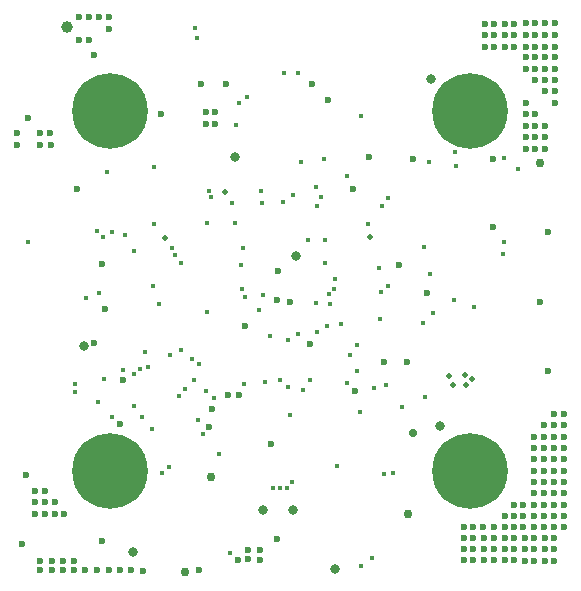
<source format=gbr>
%TF.GenerationSoftware,KiCad,Pcbnew,9.0.0*%
%TF.CreationDate,2025-03-25T10:56:33+03:00*%
%TF.ProjectId,Autopilot DronmarketV2,4175746f-7069-46c6-9f74-2044726f6e6d,rev?*%
%TF.SameCoordinates,Original*%
%TF.FileFunction,Copper,L5,Inr*%
%TF.FilePolarity,Positive*%
%FSLAX46Y46*%
G04 Gerber Fmt 4.6, Leading zero omitted, Abs format (unit mm)*
G04 Created by KiCad (PCBNEW 9.0.0) date 2025-03-25 10:56:33*
%MOMM*%
%LPD*%
G01*
G04 APERTURE LIST*
%TA.AperFunction,ComponentPad*%
%ADD10C,0.800000*%
%TD*%
%TA.AperFunction,ComponentPad*%
%ADD11C,6.400000*%
%TD*%
%TA.AperFunction,ViaPad*%
%ADD12C,0.600000*%
%TD*%
%TA.AperFunction,ViaPad*%
%ADD13C,0.450000*%
%TD*%
%TA.AperFunction,ViaPad*%
%ADD14C,0.762000*%
%TD*%
%TA.AperFunction,ViaPad*%
%ADD15C,0.500000*%
%TD*%
%TA.AperFunction,ViaPad*%
%ADD16C,0.800000*%
%TD*%
%TA.AperFunction,ViaPad*%
%ADD17C,0.700000*%
%TD*%
%TA.AperFunction,ViaPad*%
%ADD18C,1.000000*%
%TD*%
G04 APERTURE END LIST*
D10*
%TO.N,GND*%
%TO.C,H1*%
X157325000Y-59675000D03*
X158027944Y-57977944D03*
X158027944Y-61372056D03*
X159725000Y-57275000D03*
D11*
X159725000Y-59675000D03*
D10*
X159725000Y-62075000D03*
X161422056Y-57977944D03*
X161422056Y-61372056D03*
X162125000Y-59675000D03*
%TD*%
%TO.N,GND*%
%TO.C,H4*%
X187825000Y-90175000D03*
X188527944Y-88477944D03*
X188527944Y-91872056D03*
X190225000Y-87775000D03*
D11*
X190225000Y-90175000D03*
D10*
X190225000Y-92575000D03*
X191922056Y-88477944D03*
X191922056Y-91872056D03*
X192625000Y-90175000D03*
%TD*%
%TO.N,GND*%
%TO.C,H3*%
X157325000Y-90175000D03*
X158027944Y-88477944D03*
X158027944Y-91872056D03*
X159725000Y-87775000D03*
D11*
X159725000Y-90175000D03*
D10*
X159725000Y-92575000D03*
X161422056Y-88477944D03*
X161422056Y-91872056D03*
X162125000Y-90175000D03*
%TD*%
%TO.N,GND*%
%TO.C,H2*%
X187825000Y-59675000D03*
X188527944Y-57977944D03*
X188527944Y-61372056D03*
X190225000Y-57275000D03*
D11*
X190225000Y-59675000D03*
D10*
X190225000Y-62075000D03*
X191922056Y-57977944D03*
X191922056Y-61372056D03*
X192625000Y-59675000D03*
%TD*%
D12*
%TO.N,GND*%
X193125000Y-95850000D03*
X196575000Y-54250000D03*
X192200000Y-95850000D03*
X192200000Y-96800000D03*
X195650000Y-91100000D03*
X192250000Y-54275000D03*
X196800000Y-81725000D03*
X191400000Y-95850000D03*
X169703544Y-83745000D03*
D13*
X184450000Y-84775000D03*
D12*
X194900000Y-53250000D03*
X196575000Y-52300000D03*
X189675000Y-96775000D03*
X194900000Y-56125000D03*
X196525000Y-97775000D03*
X155725000Y-97775000D03*
X196575000Y-53250000D03*
D13*
X166100000Y-83275000D03*
D12*
X194900000Y-52300000D03*
X197375000Y-58050000D03*
X153400000Y-92825000D03*
X195650000Y-92050000D03*
D13*
X177200000Y-76000000D03*
D12*
X196450000Y-94000000D03*
X196450000Y-89175000D03*
X190475000Y-94900000D03*
X192250000Y-53275000D03*
X197325000Y-94950000D03*
X168625000Y-60775000D03*
X195650000Y-97775000D03*
X195700000Y-52300000D03*
X191400000Y-97750000D03*
X197325000Y-88225000D03*
D13*
X170425000Y-60925000D03*
D12*
X198125000Y-93050000D03*
X153825000Y-62550000D03*
X195650000Y-96825000D03*
D13*
X163395500Y-74525000D03*
D12*
X153400000Y-93825000D03*
X196150000Y-75875000D03*
X167825000Y-60775000D03*
X196450000Y-92050000D03*
X194850000Y-96825000D03*
X193125000Y-54275000D03*
X194900000Y-61900000D03*
X194900000Y-59000000D03*
X197325000Y-85325000D03*
X153775000Y-97775000D03*
X157925000Y-53725000D03*
D14*
X196125000Y-64125000D03*
D12*
X195650000Y-89175000D03*
X194725000Y-94925000D03*
X157125000Y-51775000D03*
X196450000Y-86275000D03*
X173975000Y-73250000D03*
X197325000Y-87275000D03*
X196450000Y-90175000D03*
D13*
X160800000Y-81625000D03*
D12*
X196575000Y-61900000D03*
X151875000Y-62550000D03*
X157625000Y-98600000D03*
X159600000Y-51775000D03*
X195700000Y-54250000D03*
X191450000Y-52325000D03*
X193125000Y-52325000D03*
X158625000Y-98600000D03*
X197325000Y-91100000D03*
X195650000Y-88225000D03*
X154725000Y-62550000D03*
X155725000Y-98575000D03*
X197325000Y-86275000D03*
X193925000Y-52325000D03*
X189675000Y-95825000D03*
X160550000Y-86250000D03*
X193125000Y-93975000D03*
X191400000Y-96800000D03*
X171175000Y-77953803D03*
X167260000Y-98590000D03*
X195650000Y-95875000D03*
X194850000Y-95875000D03*
X155054400Y-93827600D03*
X176623001Y-79433933D03*
X196575000Y-55175000D03*
D13*
X158625000Y-69900000D03*
X167625000Y-87075000D03*
D12*
X191450000Y-53275000D03*
X161500000Y-98600000D03*
X198125000Y-85325000D03*
D13*
X159150000Y-70400000D03*
D12*
X196450000Y-93050000D03*
X197325000Y-97775000D03*
D13*
X173510000Y-91640000D03*
X156750000Y-82850000D03*
D12*
X153800000Y-61550000D03*
D13*
X166810000Y-82500000D03*
D12*
X194725000Y-93975000D03*
X189675000Y-94900000D03*
X198125000Y-92050000D03*
D13*
X174120000Y-91650000D03*
D12*
X154775000Y-97775000D03*
X197375000Y-59000000D03*
X197375000Y-52300000D03*
X194725000Y-93025000D03*
X172400000Y-96900000D03*
X195700000Y-61900000D03*
X196575000Y-57125000D03*
X195650000Y-90175000D03*
X193925000Y-96800000D03*
X159600000Y-52725000D03*
X160575000Y-98600000D03*
X167825000Y-59775000D03*
X193925000Y-95850000D03*
X193125000Y-96800000D03*
X173850000Y-75750000D03*
X157925000Y-51775000D03*
X153400000Y-91875000D03*
X193125000Y-94925000D03*
X196575000Y-58050000D03*
X196450000Y-94950000D03*
X195700000Y-56125000D03*
X192200000Y-97750000D03*
X195700000Y-60950000D03*
D13*
X181550000Y-69300000D03*
D12*
X198125000Y-94000000D03*
X196800000Y-69950000D03*
X196450000Y-88225000D03*
X197375000Y-55175000D03*
X192250000Y-52325000D03*
X171425000Y-96875000D03*
X193925000Y-93975000D03*
D13*
X168300000Y-66950000D03*
D12*
X190475000Y-96775000D03*
X195700000Y-57125000D03*
X158800000Y-51775000D03*
X196575000Y-60950000D03*
X154675000Y-61550000D03*
X198125000Y-91100000D03*
X190475000Y-95825000D03*
X197325000Y-92050000D03*
X193925000Y-93025000D03*
X197325000Y-93050000D03*
X197375000Y-57125000D03*
X189675000Y-97725000D03*
X197325000Y-90175000D03*
X156650000Y-98575000D03*
X190475000Y-97725000D03*
X194850000Y-97775000D03*
X195650000Y-93050000D03*
X197325000Y-89175000D03*
X192200000Y-94925000D03*
X198125000Y-87275000D03*
D13*
X174700000Y-91640000D03*
D12*
X193125000Y-97750000D03*
X196525000Y-95875000D03*
X191450000Y-54275000D03*
X198125000Y-94950000D03*
X197325000Y-96825000D03*
X193925000Y-97750000D03*
X191275000Y-94900000D03*
D13*
X161025000Y-70225000D03*
D12*
X194900000Y-55175000D03*
X172400000Y-97700000D03*
D13*
X182750000Y-67725000D03*
D12*
X196450000Y-91100000D03*
X194900000Y-60950000D03*
X164025000Y-59925000D03*
X156650000Y-97775000D03*
X171425000Y-97675000D03*
X195700000Y-53250000D03*
X193925000Y-94925000D03*
X198125000Y-90175000D03*
X194900000Y-62900000D03*
X195700000Y-55175000D03*
X197375000Y-56125000D03*
X197375000Y-54250000D03*
D13*
X161775000Y-71600000D03*
D12*
X195650000Y-94000000D03*
X198125000Y-86275000D03*
X170600000Y-83750000D03*
X159080000Y-72625000D03*
X162475000Y-98625000D03*
X195650000Y-94950000D03*
D13*
X165000000Y-71275000D03*
D12*
X159625000Y-98600000D03*
X195700000Y-62900000D03*
X193925000Y-54275000D03*
X153775000Y-98575000D03*
X197375000Y-53250000D03*
X193925000Y-53275000D03*
D13*
X175925000Y-64000000D03*
D12*
X196525000Y-96825000D03*
X195700000Y-60000000D03*
X155050000Y-92825000D03*
X170520000Y-97690000D03*
X196575000Y-56125000D03*
X154200000Y-93825000D03*
X193125000Y-53275000D03*
X157125000Y-53725000D03*
X197325000Y-95875000D03*
X158399795Y-79363493D03*
X196575000Y-62900000D03*
X198125000Y-88225000D03*
X196450000Y-87275000D03*
X154200000Y-91875000D03*
D13*
X182950000Y-90425000D03*
D12*
X194900000Y-60000000D03*
X198125000Y-89175000D03*
X195650000Y-87275000D03*
X151875000Y-61550000D03*
X197325000Y-94000000D03*
X174925000Y-75875000D03*
X155854400Y-93827600D03*
X154200000Y-92825000D03*
D13*
X168125000Y-66475000D03*
D12*
X194900000Y-54250000D03*
D13*
X186325000Y-71182500D03*
D12*
X154775000Y-98575000D03*
X168625000Y-59775000D03*
D13*
%TO.N,VDD_3V3_SENS*%
X164800000Y-80375000D03*
D12*
X169550000Y-57450000D03*
X158375000Y-55000000D03*
D14*
X168300000Y-90672500D03*
D12*
X152600000Y-90525000D03*
X160825000Y-82450000D03*
X176800000Y-57450000D03*
X178137500Y-58787500D03*
X168075000Y-86450000D03*
X180450000Y-83375000D03*
X152300000Y-96375000D03*
X167400000Y-57450000D03*
X182886058Y-80937528D03*
X173825000Y-95975000D03*
X168357000Y-84969177D03*
X156905000Y-66350000D03*
D13*
%TO.N,NRST*%
X194275000Y-64650000D03*
X158825000Y-75150000D03*
D15*
%TO.N,VDD_3V3_MCU*%
X189750000Y-82100000D03*
D13*
X167925000Y-76750603D03*
D15*
X181726620Y-70398380D03*
X188725000Y-82925000D03*
D12*
X159290499Y-76502211D03*
D13*
X179752038Y-82752038D03*
D15*
X189850000Y-82925000D03*
D13*
X183100000Y-82900000D03*
D15*
X164350000Y-70425000D03*
D13*
X171047797Y-82846696D03*
D15*
X190325000Y-82375000D03*
X188450000Y-82150000D03*
X169495000Y-66530000D03*
D13*
%TO.N,/OSD and FRAM/CLKIN*%
X183275000Y-67100000D03*
%TO.N,/OSD and FRAM/XFB*%
X186700000Y-64040000D03*
%TO.N,/OSD and FRAM/SAG*%
X180950000Y-60100000D03*
D12*
%TO.N,Net-(U5-VIN)*%
X181672749Y-63567251D03*
%TO.N,VDD_5V_IN*%
X152750000Y-60300000D03*
D13*
X152750000Y-70840000D03*
D12*
X185402135Y-63752135D03*
X159050000Y-96115000D03*
D13*
X186780000Y-73480000D03*
D12*
X173370998Y-87904002D03*
D14*
X166075000Y-98775000D03*
D12*
X192125000Y-63750000D03*
X192125000Y-69550000D03*
X186540000Y-75140000D03*
X184875000Y-80925000D03*
%TO.N,Net-(U5-VOUT)*%
X184187840Y-72788891D03*
D16*
%TO.N,VCC*%
X172650000Y-93475000D03*
X157525000Y-79575000D03*
X161625000Y-97075000D03*
X175225000Y-93468000D03*
D14*
X184925000Y-93825000D03*
D16*
%TO.N,VDD_9V_OUT*%
X186875000Y-57025000D03*
X178750000Y-98500000D03*
D17*
X185350000Y-87000000D03*
D16*
X187650000Y-86375000D03*
D18*
%TO.N,VDD_3V3_SD*%
X156100000Y-52625000D03*
D16*
X175500000Y-71975000D03*
X170300000Y-63625000D03*
D13*
%TO.N,USART1_RX*%
X183245325Y-74558753D03*
X187024293Y-76799292D03*
%TO.N,USART1_TX*%
X182625000Y-75075000D03*
X186175000Y-77650000D03*
%TO.N,CAN1_TX*%
X170675000Y-59000000D03*
X167075000Y-53525000D03*
%TO.N,CAN1_RX*%
X171327821Y-58537585D03*
X166925000Y-52650000D03*
%TO.N,USART3_RX*%
X181862500Y-97512500D03*
X182059538Y-83119538D03*
%TO.N,USART3_TX*%
X180950000Y-98200000D03*
X177250000Y-78405403D03*
%TO.N,SPI2_MOSI*%
X163450000Y-64475000D03*
X172373401Y-76575000D03*
X163275000Y-86625000D03*
X162640000Y-80125000D03*
%TO.N,SPI2_ext_CS*%
X180650000Y-79550000D03*
X186400000Y-83900000D03*
%TO.N,SPI2_SCK*%
X169850000Y-97160000D03*
X159925000Y-69925000D03*
X182550000Y-77350000D03*
X167840000Y-83400000D03*
%TO.N,SPI2_MISO*%
X172650000Y-75275000D03*
X164675000Y-89890000D03*
X161777038Y-84647962D03*
X166650000Y-80675000D03*
X167180000Y-85840000D03*
X170260000Y-69150000D03*
X165575000Y-83825000D03*
%TO.N,I2C1_SCL*%
X175675000Y-56475000D03*
X175250000Y-66800000D03*
%TO.N,I2C1_SDA*%
X174400000Y-67420000D03*
X159475000Y-64850000D03*
X174425000Y-56525000D03*
%TO.N,TIM2_CH4*%
X167250000Y-81125000D03*
X156725000Y-83500000D03*
%TO.N,SWCLK*%
X193075000Y-70775000D03*
X179800000Y-65200000D03*
%TO.N,SWDIO*%
X188850000Y-75700000D03*
X192975000Y-71825000D03*
X182475000Y-72975000D03*
%TO.N,SDIO_D3*%
X177225000Y-67725000D03*
%TO.N,SDIO_SCK*%
X176511258Y-70611258D03*
%TO.N,SDIO_D1*%
X178287927Y-75236828D03*
X177800000Y-63750000D03*
%TO.N,SDIO_D2*%
X170060000Y-67500000D03*
X177887500Y-70662500D03*
X172600000Y-67525000D03*
%TO.N,SDIO_D0*%
X178320000Y-76030000D03*
X167960000Y-69200000D03*
%TO.N,ADC1_IN4*%
X172859500Y-82648874D03*
X164100000Y-90375000D03*
X168984000Y-88785002D03*
X158679076Y-84350000D03*
%TO.N,ADC1_IN11*%
X171167523Y-75494603D03*
X157675000Y-75575000D03*
%TO.N,USB_D_P*%
X190500000Y-76300000D03*
D12*
X180275000Y-66300000D03*
D13*
%TO.N,USB_D_N*%
X178750000Y-73925000D03*
%TO.N,BMI088_INT3_GYRO*%
X161720000Y-81950000D03*
X163900000Y-76025000D03*
X170780000Y-72750000D03*
%TO.N,BMI088_INT1_ACCEL*%
X162230000Y-81580000D03*
X165188000Y-71913000D03*
%TO.N,BMI088_GYRO_CS*%
X178050000Y-77953803D03*
X168500000Y-83975000D03*
%TO.N,BMI088_ACCEL_CS*%
X179300000Y-77750000D03*
X162400000Y-85600000D03*
X162950000Y-81420000D03*
%TO.N,BMI088_INT2_ACCEL*%
X165720000Y-79940000D03*
X165726711Y-72539999D03*
%TO.N,BMI088_INT4_GYRO*%
X159900000Y-85650000D03*
X159225000Y-82375000D03*
X170875000Y-74750000D03*
%TO.N,ICM42688_INT1_DRDY*%
X183700000Y-90365000D03*
X177575000Y-66975000D03*
%TO.N,ICM42688_INT2_FIFO*%
X177200000Y-66150000D03*
X180875000Y-85175000D03*
%TO.N,ICM42688_CS*%
X176055000Y-83351735D03*
X174752805Y-79127057D03*
%TO.N,SPI1_MOSI*%
X188952984Y-63140999D03*
X175600000Y-78600000D03*
X178950000Y-89760000D03*
X174745000Y-83105000D03*
X176656554Y-82524000D03*
%TO.N,SPI1_MISO*%
X175097400Y-91097400D03*
X180600000Y-81750000D03*
X174930000Y-85480000D03*
X174127000Y-82525000D03*
X193100000Y-63725000D03*
%TO.N,SPI1_SCK*%
X173250000Y-78800000D03*
X180075000Y-80325000D03*
X189034026Y-64349999D03*
%TO.N,SDIO_CMD*%
X172460000Y-66440000D03*
X171000000Y-71325000D03*
%TO.N,OSD_CS*%
X177930000Y-72560000D03*
%TO.N,FRAM_CS*%
X178720679Y-74751824D03*
X163450000Y-69300000D03*
%TD*%
M02*

</source>
